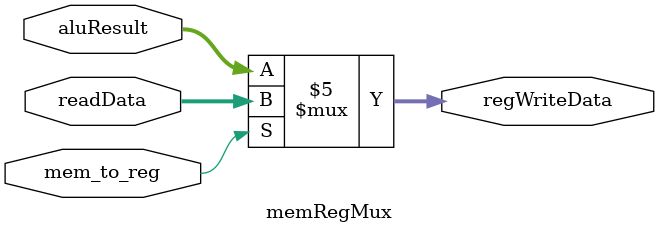
<source format=sv>
module tinker_core (
    input clk,
    input reset,
    output hlt
);
    // --- Pipeline Stage Signals ---
    // IF Stage
    logic [63:0] pc_if;
    logic [31:0] instruction_if;

    // IF/DE Register Outputs
    logic [63:0] pc_de;
    logic [31:0] instruction_de;

    // DE Stage Outputs (Inputs to DE/EX Register)
    logic [63:0] operand_a_de; // rs_data
    logic [63:0] regfile_operand_b_de; // rt_data (before mux)
    logic [63:0] operand_b_de; // rt_data or literal (after mux)
    logic [63:0] operand_c_de; // rd_data (read via Port 3)
    logic [63:0] literal_de;
    logic [4:0]  rd_addr_de;
    logic [4:0]  rs_addr_de;
    logic [4:0]  rt_addr_de;
    logic [4:0]  opcode_de;
    logic [63:0] stack_ptr_de;
    logic        alu_enable_de, mem_read_de, mem_write_de, reg_write_de, mem_to_reg_de, branch_taken_ctrl_de, mem_pc_de; // Control signals

    // DE/EX Register Outputs -> Inputs to EX Stage
    logic [63:0] pc_ex;
    logic [63:0] operand_a_ex; // Pipelined rs_data (or rd_data for I-type)
    logic [63:0] operand_b_ex; // Pipelined rt_data or literal
    logic [63:0] operand_c_ex; // Pipelined rd_data
    logic [63:0] literal_ex;
    logic [4:0]  rd_addr_ex; // Pipelined write address (destination)
    logic [4:0]  rs_addr_ex; // Pipelined rs address
    logic [4:0]  rt_addr_ex; // Pipelined rt address
    logic [4:0]  opcode_ex;
    logic [63:0] stack_ptr_ex;
    logic        alu_enable_ex, mem_read_ex, mem_write_ex, reg_write_ex, mem_to_reg_ex, mem_pc_ex; // Control signals

    // EX Stage Outputs -> Inputs to EX/MEM Register
    logic [63:0] alu_result_ex;
    logic [63:0] alu_mem_addr_ex;
    logic [63:0] alu_mem_data_ex;
    logic [63:0] alu_branch_pc_ex;
    logic        branch_taken_ex;
    logic        hlt_ex;

    // EX/MEM Register Outputs -> Inputs to MEM Stage
    logic [63:0] alu_result_mem;
    logic [63:0] mem_addr_mem;
    logic [63:0] mem_wdata_mem;
    logic [63:0] branch_pc_mem;
    logic [4:0]  rd_addr_mem; // Pipelined write address (destination)
    logic        mem_read_mem, mem_write_mem, reg_write_mem, mem_to_reg_mem, branch_taken_mem, mem_pc_mem; // Control
    logic        hlt_mem;

    // MEM Stage Outputs
    logic [63:0] mem_rdata_mem;
    logic [63:0] return_pc_mem;

    // MEM/WB Stage
    logic [63:0] reg_wdata_wb;

    // --- Control Signals ---
    logic flush_de, flush_ex;
    logic take_return_pc_fetch;

    // --- Module Instantiations ---

    fetch instruction_fetcher (
        .clk(clk),
        .reset(reset),
        .branch_taken(branch_taken_mem),
        .branch_pc(branch_pc_mem),
        .take_return_pc(take_return_pc_fetch),
        .return_pc(return_pc_mem),
        .pc_out(pc_if)
    );

    memory memory ( // Renamed instance for clarity
        .clk(clk),
        .reset(reset),
        .inst_addr(pc_if),
        .instruction_out(instruction_if),
        .data_addr(mem_addr_mem),
        .data_wdata(mem_wdata_mem),
        .mem_read(mem_read_mem),
        .mem_write(mem_write_mem),
        .data_rdata(mem_rdata_mem)
    );

    if_de_register if_de_reg (
        .clk(clk),
        .flush(flush_de),
        .pc_in(pc_if),
        .instruction_in(instruction_if),
        .pc_out(pc_de),
        .instruction_out(instruction_de)
    );

    instructionDecoder instruction_parser (
        .instructionLine(instruction_de),
        .literal(literal_de),
        .rd(rd_addr_de),
        .rs(rs_addr_de),
        .rt(rt_addr_de),
        .opcode(opcode_de),
        .alu_enable(alu_enable_de),
        .mem_read(mem_read_de),
        .mem_write(mem_write_de),
        .reg_write(reg_write_de),
        .mem_to_reg(mem_to_reg_de),
        .branch_taken(branch_taken_ctrl_de),
        .mem_pc(mem_pc_de)
    );

    registerFile reg_file (
        .clk(clk),
        .reset(reset),
        // Write Port
        .write_addr(rd_addr_mem),
        .write_data(reg_wdata_wb),
        .write_enable(reg_write_mem),
        // Read Port 1 (rs)
        .read_addr1(rs_addr_de),
        .read_data1(operand_a_de),
        // Read Port 2 (rt)
        .read_addr2(rt_addr_de),
        .read_data2(regfile_operand_b_de),
        // Read Port 3 (rd)
        .read_addr3(rd_addr_de),
        .read_data3(operand_c_de),
        // Stack Pointer
        .stack_ptr_out(stack_ptr_de)
    );

    reglitmux input_selector (
        .sel(opcode_de),
        .reg_in(regfile_operand_b_de), // rt_data input
        .lit_in(literal_de),
        .out(operand_b_de)           // rt_data or literal output
    );

    de_ex_register de_ex_reg (
        .clk(clk),
        .flush(flush_ex),
        // Inputs from Decode Stage
        .pc_in(pc_de),
        .operand_a_in(operand_a_de), // rs_data
        .operand_b_in(operand_b_de), // rt_data or literal
        .operand_c_in(operand_c_de), // rd_data
        .literal_in(literal_de),
        .rd_addr_in(rd_addr_de),     // Destination address
        .rs_addr_in(rs_addr_de),     // Source address 1
        .rt_addr_in(rt_addr_de),     // Source address 2
        .opcode_in(opcode_de),
        .stack_ptr_in(stack_ptr_de),
        .alu_enable_in(alu_enable_de),
        .mem_read_in(mem_read_de),
        .mem_write_in(mem_write_de),
        .reg_write_in(reg_write_de),
        .mem_to_reg_in(mem_to_reg_de),
        .branch_taken_ctrl_in(branch_taken_ctrl_de),
        .mem_pc_in(mem_pc_de),
        // Outputs to Execute Stage
        .pc_out(pc_ex),
        .operand_a_out(operand_a_ex),
        .operand_b_out(operand_b_ex),
        .operand_c_out(operand_c_ex), // Pipelined rd_data
        .literal_out(literal_ex),
        .rd_addr_out(rd_addr_ex),     // Pipelined destination address
        .rs_addr_out(rs_addr_ex),
        .rt_addr_out(rt_addr_ex),
        .opcode_out(opcode_ex),
        .stack_ptr_out(stack_ptr_ex),
        .alu_enable_out(alu_enable_ex),
        .mem_read_out(mem_read_ex),
        .mem_write_out(mem_write_ex),
        .reg_write_out(reg_write_ex),
        .mem_to_reg_out(mem_to_reg_ex),
        .branch_taken_ctrl_out(),     // This output seems unused now
        .mem_pc_out(mem_pc_ex)
    );

    alu calculation_unit (
        .alu_enable(alu_enable_ex),
        .opcode(opcode_ex),
        // Data Inputs from DE/EX
        .input1(operand_a_ex), // Pipelined rs_data (or rd_data for I-types)
        .input2(operand_b_ex), // Pipelined rt_data or literal
        .input3(operand_c_ex), // Pipelined rd_data
        .rd_addr(rd_addr_ex),  // Pipelined destination register address
        .literal(literal_ex),
        .pc_in(pc_ex),
        .stack_ptr(stack_ptr_ex),
        // Outputs to EX/MEM Register
        .result(alu_result_ex),
        .mem_addr(alu_mem_addr_ex),
        .mem_wdata(alu_mem_data_ex),
        .branch_pc(alu_branch_pc_ex),
        .branch_taken(branch_taken_ex),
        .hlt_out(hlt_ex),
        // Control Inputs Pass-through (needed if ALU logic used them)
        .mem_read_in(mem_read_ex),
        .mem_write_in(mem_write_ex),
        .reg_write_in(reg_write_ex),
        .mem_to_reg_in(mem_to_reg_ex),
        .mem_pc_in(mem_pc_ex)
    );

    ex_mem_register ex_mem_reg (
        .clk(clk),
        .flush_mem(flush_ex), // <--- ADDED THIS CONNECTION
        // Inputs from Execute Stage
        .result_in(alu_result_ex),
        .mem_addr_in(alu_mem_addr_ex),
        .mem_wdata_in(alu_mem_data_ex),
        .branch_pc_in(alu_branch_pc_ex),
        .rd_addr_in(rd_addr_ex), // Pass destination addr
        .hlt_in(hlt_ex),
        // Control Inputs (from DE/EX outputs)
        .mem_read_in(mem_read_ex),
        .mem_write_in(mem_write_ex),
        .reg_write_in(reg_write_ex),
        .mem_to_reg_in(mem_to_reg_ex),
        .branch_taken_in(branch_taken_ex), // Decision from ALU
        .mem_pc_in(mem_pc_ex),
        // Outputs to Memory/Writeback Stage
        .result_out(alu_result_mem),
        .mem_addr_out(mem_addr_mem),
        .mem_wdata_out(mem_wdata_mem),
        .branch_pc_out(branch_pc_mem),
        .rd_addr_out(rd_addr_mem), // Output destination addr
        .hlt_out(hlt_mem),
        .mem_read_out(mem_read_mem),
        .mem_write_out(mem_write_mem),
        .reg_write_out(reg_write_mem),
        .mem_to_reg_out(mem_to_reg_mem),
        .branch_taken_out(branch_taken_mem),
        .mem_pc_out(mem_pc_mem)
    );

    aluMemMux return_pc_selector (
        .mem_pc(mem_pc_mem),
        .memData(mem_rdata_mem),
        .aluOut(branch_pc_mem),
        .newPc(return_pc_mem)
    );

    memRegMux data_source_selector (
        .mem_to_reg(mem_to_reg_mem),
        .readData(mem_rdata_mem),
        .aluResult(alu_result_mem),
        .regWriteData(reg_wdata_wb)
    );

    assign flush_de = branch_taken_mem;
    assign flush_ex = branch_taken_mem;
    assign take_return_pc_fetch = mem_pc_mem;
    assign hlt = hlt_mem;

endmodule


//############################################################################
//## registerFile
//## CHANGED: Removed internal read forwarding attempt for simplicity
//############################################################################
module registerFile (
    input clk,
    input reset,
    // Write Port
    input [4:0] write_addr,
    input [63:0] write_data,
    input write_enable,
    // Read Port 1 (rs)
    input [4:0] read_addr1,
    output logic [63:0] read_data1,
    // Read Port 2 (rt)
    input [4:0] read_addr2,
    output logic [63:0] read_data2,
    // Read Port 3 (rd)
    input [4:0] read_addr3,
    output logic [63:0] read_data3,
    // Stack Pointer Output
    output logic [63:0] stack_ptr_out
);
    reg [63:0] registers [0:31];
    integer idx;

    initial begin
        for (idx = 0; idx < 31; idx = idx + 1) begin
            registers[idx] = 64'b0;
        end
        registers[31] = 64'h0008_0000; // Example Stack Pointer Init
    end

    // Combinational Read Port 1 (rs)
    // CHANGED: Simplified read - reads committed state only
    assign read_data1 = (read_addr1 == 5'd31) ? registers[31] : registers[read_addr1];

    // Combinational Read Port 2 (rt)
    // CHANGED: Simplified read - reads committed state only
    assign read_data2 = (read_addr2 == 5'd31) ? registers[31] : registers[read_addr2];

    // Combinational Read Port 3 (rd)
    // CHANGED: Simplified read - reads committed state only
    assign read_data3 = (read_addr3 == 5'd31) ? registers[31] : registers[read_addr3];

    // Stack Pointer Output
    assign stack_ptr_out = registers[31];

    // Synchronous Write Port
    always @(posedge clk) begin
        if (!reset && write_enable) begin // R0 is writable
            registers[write_addr] <= write_data;
        end
    end

endmodule

//############################################################################
//## fetch (No changes from last working version)
//############################################################################
module fetch (
    input clk,
    input reset,
    input branch_taken,
    input [63:0] branch_pc,
    input take_return_pc,
    input [63:0] return_pc,
    output logic [63:0] pc_out
);
    localparam INITIAL_PC = 64'h2000;
    reg [63:0] current_pc;
    assign pc_out = current_pc;

    always @(posedge clk or posedge reset) begin
        if (reset) begin
            current_pc <= INITIAL_PC;
        end else begin
            if (take_return_pc) current_pc <= return_pc;
            else if (branch_taken) current_pc <= branch_pc;
            else current_pc <= current_pc + 64'd4;
        end
    end
endmodule

//############################################################################
//## if_de_register (No changes needed)
//############################################################################
module if_de_register (
    input clk,
    input flush,
    input [63:0] pc_in,
    input [31:0] instruction_in,
    output reg [63:0] pc_out,
    output reg [31:0] instruction_out
);
    always @(posedge clk) begin
        if (flush) begin
            pc_out <= 64'b0; // Or Initial PC?
            instruction_out <= 32'b0; // NOP
        end else begin
            pc_out <= pc_in;
            instruction_out <= instruction_in;
        end
    end
endmodule

//############################################################################
//## instructionDecoder (Using always @(*) )
//############################################################################
module instructionDecoder (
    input [31:0] instructionLine,
    output reg [63:0] literal,
    output reg [4:0] rd,
    output reg [4:0] rs,
    output reg [4:0] rt,
    output reg [4:0] opcode,
    output reg alu_enable,
    output reg mem_read,
    output reg mem_write,
    output reg reg_write,
    output reg mem_to_reg,
    output reg branch_taken, // Indicates branch *type*
    output reg mem_pc
);
    // Opcodes
    localparam AND = 5'h00, OR = 5'h01, XOR = 5'h02, NOT = 5'h03, SHFTR = 5'h04, SHFTRI = 5'h05,
               SHFTL = 5'h06, SHFTLI = 5'h07, BR = 5'h08, BRR = 5'h09, BRRI = 5'h0A, BRNZ = 5'h0B,
               CALL = 5'h0C, RETURN = 5'h0D, BRGT = 5'h0E, PRIV = 5'h0F, MOV_MEM = 5'h10, MOV_REG = 5'h11,
               MOV_LIT = 5'h12, MOV_STR = 5'h13, ADDF = 5'h14, SUBF = 5'h15, MULF = 5'h16, DIVF = 5'h17,
               ADD = 5'h18, ADDI = 5'h19, SUB = 5'h1A, SUBI = 5'h1B, MUL = 5'h1C, DIV = 5'h1D;

    always @(*) begin
        opcode = instructionLine[31:27];
        rd = instructionLine[26:22];
        rs = instructionLine[21:17];
        rt = instructionLine[16:12];
        literal = {52'b0, instructionLine[11:0]};

        alu_enable = 1'b0; mem_read = 1'b0; mem_write = 1'b0; reg_write = 1'b0;
        mem_to_reg = 1'b0; branch_taken = 1'b0; mem_pc = 1'b0;

        case (opcode)
            ADD, SUB, MUL, DIV, AND, OR, XOR, NOT, SHFTR, SHFTL: begin alu_enable=1'b1; reg_write=1'b1; mem_to_reg=1'b0; end
            ADDI, SUBI, SHFTRI, SHFTLI: begin alu_enable=1'b1; reg_write=1'b1; mem_to_reg=1'b0; end
            MOV_MEM: begin alu_enable=1'b1; mem_read=1'b1; reg_write=1'b1; mem_to_reg=1'b1; end
            MOV_STR: begin alu_enable=1'b1; mem_write=1'b1; reg_write=1'b0; end
            MOV_REG: begin alu_enable=1'b1; reg_write=1'b1; mem_to_reg=1'b0; end
            MOV_LIT: begin alu_enable=1'b1; reg_write=1'b1; mem_to_reg=1'b0; end
            ADDF, SUBF, MULF, DIVF: begin alu_enable=1'b1; reg_write=1'b1; mem_to_reg=1'b0; end
            BR, BRR, BRRI, BRNZ, BRGT: begin alu_enable=1'b1; reg_write=1'b0; branch_taken=1'b1; end
            CALL: begin alu_enable=1'b1; mem_write=1'b1; reg_write=1'b0; branch_taken=1'b1; end
            RETURN: begin alu_enable=1'b1; mem_read=1'b1; reg_write=1'b0; mem_pc=1'b1; branch_taken=1'b1; end
            PRIV: if(literal[11:0]==12'h0) begin alu_enable=1'b1; reg_write=1'b0; end else alu_enable=1'b0;
            default: ;
        endcase

        case (opcode)
             ADDI, SUBI, SHFTRI, SHFTLI, MOV_LIT: rs = rd;
             default: ;
        endcase
    end
endmodule

//############################################################################
//## de_ex_register
//## CHANGED: Added operand_c port
//############################################################################
module de_ex_register (
    input clk,
    input flush,
    input [63:0] pc_in,
    input [63:0] operand_a_in,
    input [63:0] operand_b_in,
    input [63:0] operand_c_in, // ADDED
    input [63:0] literal_in,
    input [4:0] rd_addr_in,
    input [4:0] rs_addr_in,
    input [4:0] rt_addr_in,
    input [4:0] opcode_in,
    input [63:0] stack_ptr_in,
    input alu_enable_in,
    input mem_read_in,
    input mem_write_in,
    input reg_write_in,
    input mem_to_reg_in,
    input branch_taken_ctrl_in,
    input mem_pc_in,
    output reg [63:0] pc_out,
    output reg [63:0] operand_a_out,
    output reg [63:0] operand_b_out,
    output reg [63:0] operand_c_out, // ADDED
    output reg [63:0] literal_out,
    output reg [4:0] rd_addr_out,
    output reg [4:0] rs_addr_out,
    output reg [4:0] rt_addr_out,
    output reg [4:0] opcode_out,
    output reg [63:0] stack_ptr_out,
    output reg alu_enable_out,
    output reg mem_read_out,
    output reg mem_write_out,
    output reg reg_write_out,
    output reg mem_to_reg_out,
    output reg branch_taken_ctrl_out, // Unused output now
    output reg mem_pc_out
);
    always @(posedge clk) begin
        if (flush) begin
            pc_out <= 64'b0; operand_a_out <= 64'b0; operand_b_out <= 64'b0; operand_c_out <= 64'b0; // Flush C
            literal_out <= 64'b0; rd_addr_out <= 5'b0; rs_addr_out <= 5'b0; rt_addr_out <= 5'b0;
            opcode_out <= 5'b0; stack_ptr_out <= 64'b0; alu_enable_out <= 1'b0; mem_read_out <= 1'b0;
            mem_write_out <= 1'b0; reg_write_out <= 1'b0; mem_to_reg_out <= 1'b0;
            branch_taken_ctrl_out <= 1'b0; mem_pc_out <= 1'b0;
        end else begin
            pc_out <= pc_in; operand_a_out <= operand_a_in; operand_b_out <= operand_b_in; operand_c_out <= operand_c_in; // Latch C
            literal_out <= literal_in; rd_addr_out <= rd_addr_in; rs_addr_out <= rs_addr_in; rt_addr_out <= rt_addr_in;
            opcode_out <= opcode_in; stack_ptr_out <= stack_ptr_in; alu_enable_out <= alu_enable_in;
            mem_read_out <= mem_read_in; mem_write_out <= mem_write_in; reg_write_out <= reg_write_in;
            mem_to_reg_out <= mem_to_reg_in; branch_taken_ctrl_out <= branch_taken_ctrl_in; mem_pc_out <= mem_pc_in;
        end
    end
endmodule

//############################################################################
//## alu
//## CHANGED: Corrected BRR logic to use input3 (rd_data) for offset
//############################################################################
module alu (
    // Control Inputs
    input logic alu_enable,
    input logic [4:0] opcode,
    // Data Inputs
    input logic [63:0] input1,    // Pipelined rs_data (or rd_data for I-types)
    input logic [63:0] input2,    // Pipelined rt_data or literal
    input logic [63:0] input3,    // Pipelined rd_data
    input logic [4:0] rd_addr,   // Pipelined destination register address
    input logic [63:0] literal,   // Pipelined literal value
    input logic [63:0] pc_in,     // Pipelined PC value
    input logic [63:0] stack_ptr, // Pipelined R31 value
    // Outputs
    output logic [63:0] result,
    output logic [63:0] mem_addr,
    output logic [63:0] mem_wdata,
    output logic [63:0] branch_pc,
    output logic branch_taken,
    output logic hlt_out,
    // Control Signal Inputs
    input logic mem_read_in,
    input logic mem_write_in,
    input logic reg_write_in,
    input logic mem_to_reg_in,
    input logic mem_pc_in
);

    // Opcodes
    localparam AND = 5'h00, OR = 5'h01, XOR = 5'h02, NOT = 5'h03, SHFTR = 5'h04, SHFTRI = 5'h05,
               SHFTL = 5'h06, SHFTLI = 5'h07, BR = 5'h08, BRR = 5'h09, BRRI = 5'h0A, BRNZ = 5'h0B,
               CALL = 5'h0C, RETURN = 5'h0D, BRGT = 5'h0E, PRIV = 5'h0F, MOV_MEM = 5'h10, MOV_REG = 5'h11,
               MOV_LIT = 5'h12, MOV_STR = 5'h13, ADDF = 5'h14, SUBF = 5'h15, MULF = 5'h16, DIVF = 5'h17,
               ADD = 5'h18, ADDI = 5'h19, SUB = 5'h1A, SUBI = 5'h1B, MUL = 5'h1C, DIV = 5'h1D;

    logic [63:0] fp_result; // For simulation only

    always @(*) begin // Using @(*) as requested
        // Default Output Values
        result = 64'b0;
        mem_addr = 64'b0;
        mem_wdata = 64'b0;
        branch_pc = pc_in + 4; // Default next PC
        branch_taken = 1'b0; // Default: branch not taken
        hlt_out = 1'b0;

        if (alu_enable) begin
            case (opcode)
                // Integer Arithmetic
                ADD, ADDI: result = $signed(input1) + $signed(input2);
                SUB, SUBI: result = $signed(input1) - $signed(input2);
                MUL: result = $signed(input1) * $signed(input2);
                DIV: if (input2 != 0) result = $signed(input1) / $signed(input2); else result = 64'b0; // Basic div by zero check

                // Logical
                AND: result = input1 & input2;
                OR:  result = input1 | input2;
                XOR: result = input1 ^ input2;
                NOT: result = ~input1;

                // Shift
                SHFTR, SHFTRI: result = input1 >> input2[5:0];
                SHFTL, SHFTLI: result = input1 << input2[5:0];

                // Data Movement
                MOV_MEM: mem_addr = input1 + $signed(input2); // rs + L
                MOV_REG: result = input1; // Pass rs
                MOV_LIT: result = {input1[63:12], input2[11:0]}; // Load literal low
                MOV_STR: begin mem_addr=input3+$signed(literal); mem_wdata=input1; end // rd_data + L <- rs_data

                // Floating Point (Simulation only)
                ADDF, SUBF, MULF, DIVF: result = 64'b0;

                // Control Flow - Branches
                BR: begin branch_pc = input3; branch_taken = 1'b1; end // Target is rd_data

                // <<<< CORRECTED THIS CASE >>>>
                BRR: begin // brr rd [cite: 117, 118]
                    branch_pc = pc_in + $signed(input3); // Target is PC + rd_data
                    branch_taken = 1'b1;
                end

                BRRI: begin branch_pc = pc_in + $signed(input2); branch_taken = 1'b1; end // Target is PC + literal
                BRNZ: begin if ($signed(input1)!=0) begin branch_pc=input3; branch_taken=1'b1; end else branch_taken=1'b0; end // Target rd_data if rs_data!=0
                BRGT: begin if ($signed(input1)>$signed(input2)) begin branch_pc=input3; branch_taken=1'b1; end else branch_taken=1'b0; end // Target rd_data if rs_data>rt_data

                // Control Flow - Subroutines
                CALL: begin branch_pc=input3; mem_addr=stack_ptr-8; mem_wdata=pc_in+4; branch_taken=1'b1; end // Target rd_data
                RETURN: begin mem_addr=stack_ptr-8; branch_taken=1'b1; end // Set taken for flush

                // Privileged - Halt
                PRIV: if(literal[11:0]==12'h0) hlt_out=1'b1; // HALT

                default: result = 64'b0;
            endcase
        end
    end
endmodule
//############################################################################
//## ex_mem_register
//## CHANGED: Added flush input to cancel control signals for flushed instructions
//############################################################################
module ex_mem_register (
    input clk,
    // ADDED: Flush signal to cancel instruction in this stage
    input logic flush_mem,
    // Inputs from Execute Stage
    input logic [63:0] result_in,
    input logic [63:0] mem_addr_in,
    input logic [63:0] mem_wdata_in,
    input logic [63:0] branch_pc_in,
    input logic [4:0] rd_addr_in,
    input logic hlt_in,
    input logic mem_read_in,
    input logic mem_write_in,
    input logic reg_write_in,
    input logic mem_to_reg_in,
    input logic branch_taken_in, // Branch decision from ALU
    input logic mem_pc_in,
    // Outputs to Memory/Writeback Stage
    output logic [63:0] result_out,
    output logic [63:0] mem_addr_out,
    output logic [63:0] mem_wdata_out,
    output logic [63:0] branch_pc_out,
    output logic [4:0] rd_addr_out,
    output logic hlt_out,
    output logic mem_read_out,
    output logic mem_write_out,
    output logic reg_write_out,
    output logic mem_to_reg_out,
    output logic branch_taken_out, // Pipelined branch decision
    output logic mem_pc_out
);
    always @(posedge clk) begin
        // If flushing, cancel control signals for this stage
        // Note: Data path values (result, addresses) might carry old values,
        // but control signals being low prevents incorrect state changes.
        if (flush_mem) begin
            result_out <= 64'b0; // Clear data path for cleanliness
            mem_addr_out <= 64'b0;
            mem_wdata_out <= 64'b0;
            branch_pc_out <= 64'b0;
            rd_addr_out <= 5'b0;
            hlt_out <= 1'b0;
            // *** Crucially, force control signals low ***
            mem_read_out <= 1'b0;
            mem_write_out <= 1'b0;
            reg_write_out <= 1'b0; // Prevent register write
            mem_to_reg_out <= 1'b0; // Prevent incorrect mux selection
            branch_taken_out <= 1'b0; // This instruction is flushed, no longer a branch
            mem_pc_out <= 1'b0;       // This instruction is flushed
        end else begin
            // Latching inputs to outputs normally
            result_out <= result_in;
            mem_addr_out <= mem_addr_in;
            mem_wdata_out <= mem_wdata_in;
            branch_pc_out <= branch_pc_in;
            rd_addr_out <= rd_addr_in;
            hlt_out <= hlt_in;
            mem_read_out <= mem_read_in;
            mem_write_out <= mem_write_in;
            reg_write_out <= reg_write_in;
            mem_to_reg_out <= mem_to_reg_in;
            branch_taken_out <= branch_taken_in; // Pass branch decision through
            mem_pc_out <= mem_pc_in;           // Pass mem_pc control through
        end
    end
endmodule

//############################################################################
//## memory (No changes from last working version)
//############################################################################
module memory (
    input clk,
    input reset,
    input [63:0] inst_addr,
    output logic [31:0] instruction_out,
    input [63:0] data_addr,
    input [63:0] data_wdata,
    input mem_read,
    input mem_write,
    output logic [63:0] data_rdata
);
    localparam MEM_SIZE_BYTES = 524288;
    reg [7:0] bytes [0:MEM_SIZE_BYTES-1];
    integer i;
    initial begin for(i=0;i<MEM_SIZE_BYTES;i=i+1) bytes[i]=8'b0; end
    assign instruction_out[7:0]=bytes[inst_addr+0]; assign instruction_out[15:8]=bytes[inst_addr+1];
    assign instruction_out[23:16]=bytes[inst_addr+2]; assign instruction_out[31:24]=bytes[inst_addr+3];
    assign data_rdata[7:0]=bytes[data_addr+0]; assign data_rdata[15:8]=bytes[data_addr+1];
    assign data_rdata[23:16]=bytes[data_addr+2]; assign data_rdata[31:24]=bytes[data_addr+3];
    assign data_rdata[39:32]=bytes[data_addr+4]; assign data_rdata[47:40]=bytes[data_addr+5];
    assign data_rdata[55:48]=bytes[data_addr+6]; assign data_rdata[63:56]=bytes[data_addr+7];
    always @(posedge clk) begin if(mem_write) begin
        bytes[data_addr+0]<=data_wdata[7:0]; bytes[data_addr+1]<=data_wdata[15:8];
        bytes[data_addr+2]<=data_wdata[23:16]; bytes[data_addr+3]<=data_wdata[31:24];
        bytes[data_addr+4]<=data_wdata[39:32]; bytes[data_addr+5]<=data_wdata[47:40];
        bytes[data_addr+6]<=data_wdata[55:48]; bytes[data_addr+7]<=data_wdata[63:56]; end end
endmodule

//############################################################################
//## aluMemMux (Using always @(*) )
//############################################################################
module aluMemMux (
    input mem_pc,
    input [63:0] memData,
    input [63:0] aluOut,
    output reg [63:0] newPc
);
    always @(*) begin
        if (mem_pc) newPc = memData;
        else newPc = aluOut;
    end
endmodule

//############################################################################
//## reglitmux (Using always @(*) )
//############################################################################
module reglitmux (
    input [4:0] sel,
    input [63:0] reg_in,
    input [63:0] lit_in,
    output reg [63:0] out
);
    localparam ADDI=5'h19, SUBI=5'h1B, SHFTRI=5'h05, SHFTLI=5'h07, BRRI=5'h0A,
               MOV_MEM=5'h10, MOV_LIT=5'h12, MOV_STR=5'h13;
    always @(*) begin
        case (sel)
            ADDI, SUBI, SHFTRI, SHFTLI, BRRI, MOV_MEM, MOV_LIT, MOV_STR: out = lit_in;
            default: out = reg_in;
        endcase
    end
endmodule

//############################################################################
//## memRegMux (Using always @(*) )
//############################################################################
module memRegMux (
    input mem_to_reg,
    input [63:0] readData,
    input [63:0] aluResult,
    output reg [63:0] regWriteData
);
    always @(*) begin
        if (mem_to_reg) regWriteData = readData;
        else regWriteData = aluResult;
    end
endmodule
</source>
